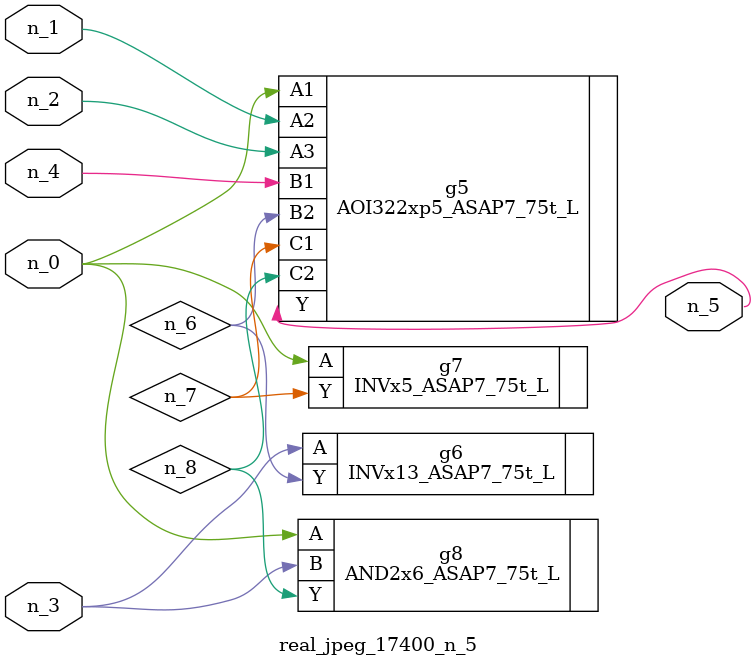
<source format=v>
module real_jpeg_17400_n_5 (n_4, n_0, n_1, n_2, n_3, n_5);

input n_4;
input n_0;
input n_1;
input n_2;
input n_3;

output n_5;

wire n_8;
wire n_6;
wire n_7;

AOI322xp5_ASAP7_75t_L g5 ( 
.A1(n_0),
.A2(n_1),
.A3(n_2),
.B1(n_4),
.B2(n_6),
.C1(n_7),
.C2(n_8),
.Y(n_5)
);

INVx5_ASAP7_75t_L g7 ( 
.A(n_0),
.Y(n_7)
);

AND2x6_ASAP7_75t_L g8 ( 
.A(n_0),
.B(n_3),
.Y(n_8)
);

INVx13_ASAP7_75t_L g6 ( 
.A(n_3),
.Y(n_6)
);


endmodule
</source>
